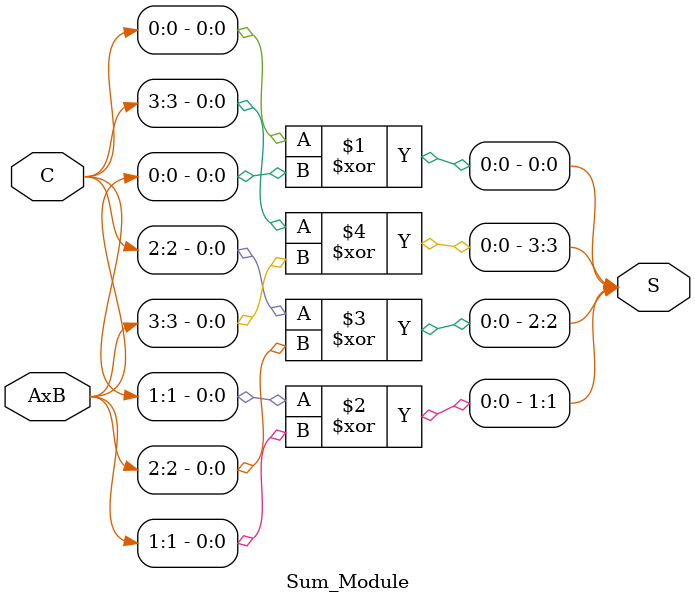
<source format=v>
/****************************************************************************
 *                                                                          *
 *  VERILOG HIGH-LEVEL DESCRIPTION OF THE TI 74283 CIRCUIT                  *
 *                                                                          *
 *  Function: Four-bit Fast Adder                                           *
 *                                                                          *
 *  Written by: Mark C. Hansen                                              *
 *                                                                          *
 *  Last modified: Dec 12, 1997                                             *
 *                                                                          *
 ****************************************************************************/

module Circuit74283 (C0, A, B, S, C4);

  input[3:0]    A, B;
  input	        C0;

  output[3:0]   S;
  output        C4;
	
  TopLevel74283 Ckt74283 (C0, A, B, S, C4);

endmodule /* Circuit74283 */

/*************************************************************************/

module TopLevel74283 (C0, A, B, S, C4);

  input[3:0]    A, B;
  input	        C0;
  output[3:0]   S;
  output        C4;
  wire[3:0]     GB, PB, AxB;
  wire[3:0]     C;

  GP_Module GP_Mod1(A, B, GB, PB, AxB);
  CLA_Module CLA_Mod2(GB, PB, C0, C, C4);
  Sum_Module Sum_Mod3(AxB, C, S);  

endmodule /* TopLevel74182 */

/*************************************************************************/

module GP_Module(A, B, GB, PB, AxB);
  input[3:0]    A, B;
  output[3:0]   GB, PB, AxB;
  wire[3:0]     P;

  nor PBgate0(PB[0], A[0], B[0]);
  nand GBgate0(GB[0], A[0], B[0]);
  not Pgate0(P[0], PB[0]);
  and AxBgate0(AxB[0], GB[0], P[0]);

  nor PBgate1(PB[1], A[1], B[1]);
  nand GBgate1(GB[1], A[1], B[1]);
  not Pgate1(P[1], PB[1]);
  and AxBgate1(AxB[1], GB[1], P[1]);

  nor PBgate2(PB[2], A[2], B[2]);
  nand GBgate2(GB[2], A[2], B[2]);
  not Pgate2(P[2], PB[2]);
  and AxBgate2(AxB[2], GB[2], P[2]);

  nor PBgate3(PB[3], A[3], B[3]);
  nand GBgate3(GB[3], A[3], B[3]);
  not Pgate3(P[3], PB[3]);
  and AxBgate3(AxB[3], GB[3], P[3]);

endmodule /* GP_Module */

/*************************************************************************/

module   CLA_Module(GB, PB, C0, C, C4);
input[3:0]      GB, PB;
input           C0;
output[3:0]     C;
output          C4;

  not C0Bgate(C0B, C0);
  not C0gate(C[0], C0B);

  buf PB0gate(PB0, PB[0]);
  and C0BGB0gate(C0BGB0, C0B, GB[0]);

  buf PB1gate(PB1, PB[1]);
  and PB0GB1gate(PB0GB1, PB[0], GB[1]);
  and C0BGB01gate(C0BGB01, C0B, GB[0], GB[1]);

  buf PB2gate(PB2, PB[2]);
  and PB1GB2gate(PB1GB2, PB[1], GB[2]);
  and PB0GB12gate(PB0GB12, PB[0], GB[1], GB[2]);
  and C0BGB012gate(C0BGB012, C0B, GB[0], GB[1], GB[2]);

  buf PB3gate(PB3, PB[3]);
  and PB2GB3gate(PB2GB3, PB[2], GB[3]);
  and PB1GB23gate(PB1GB23, PB[1], GB[2], GB[3]);
  and PB0GB123gate(PB0GB123, PB[0], GB[1], GB[2], GB[3]);
  and C0BGB0123gate(C0BGB0123, C0B, GB[0], GB[1], GB[2], GB[3]);

  nor C4gate(C4,PB3,PB2GB3,PB1GB23,PB0GB123,C0BGB0123);

  nor C3gate(C[3],PB2,PB1GB2,PB0GB12,C0BGB012);

  nor C2gate(C[2],PB1,PB0GB1,C0BGB01);

  nor C1gate(C[1],PB0,C0BGB0);


endmodule /* CLA_Module */

/*************************************************************************/

module   Sum_Module(AxB, C, S);
  input[3:0]      AxB;
  input[3:0]      C;
  output[3:0]     S;

  xor Sum0(S[0], C[0], AxB[0]);
  xor Sum1(S[1], C[1], AxB[1]);
  xor Sum2(S[2], C[2], AxB[2]);
  xor Sum3(S[3], C[3], AxB[3]);

endmodule /* Sum_Module */

</source>
